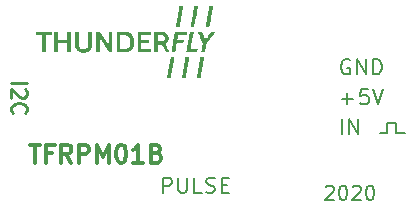
<source format=gbr>
G04 #@! TF.GenerationSoftware,KiCad,Pcbnew,(5.99.0-494-g9b7d4e274)*
G04 #@! TF.CreationDate,2020-06-15T11:42:29+02:00*
G04 #@! TF.ProjectId,TFRPM01B,54465250-4d30-4314-922e-6b696361645f,REV*
G04 #@! TF.SameCoordinates,Original*
G04 #@! TF.FileFunction,Legend,Top*
G04 #@! TF.FilePolarity,Positive*
%FSLAX46Y46*%
G04 Gerber Fmt 4.6, Leading zero omitted, Abs format (unit mm)*
G04 Created by KiCad (PCBNEW (5.99.0-494-g9b7d4e274)) date 2020-06-15 11:42:29*
%MOMM*%
%LPD*%
G04 APERTURE LIST*
%ADD10C,0.300000*%
%ADD11C,0.150000*%
%ADD12C,0.200000*%
%ADD13C,0.250000*%
G04 APERTURE END LIST*
D10*
X114026857Y-136338571D02*
X114884000Y-136338571D01*
X114455428Y-137838571D02*
X114455428Y-136338571D01*
X115884000Y-137052857D02*
X115384000Y-137052857D01*
X115384000Y-137838571D02*
X115384000Y-136338571D01*
X116098285Y-136338571D01*
X117526857Y-137838571D02*
X117026857Y-137124285D01*
X116669714Y-137838571D02*
X116669714Y-136338571D01*
X117241142Y-136338571D01*
X117384000Y-136410000D01*
X117455428Y-136481428D01*
X117526857Y-136624285D01*
X117526857Y-136838571D01*
X117455428Y-136981428D01*
X117384000Y-137052857D01*
X117241142Y-137124285D01*
X116669714Y-137124285D01*
X118169714Y-137838571D02*
X118169714Y-136338571D01*
X118741142Y-136338571D01*
X118884000Y-136410000D01*
X118955428Y-136481428D01*
X119026857Y-136624285D01*
X119026857Y-136838571D01*
X118955428Y-136981428D01*
X118884000Y-137052857D01*
X118741142Y-137124285D01*
X118169714Y-137124285D01*
X119669714Y-137838571D02*
X119669714Y-136338571D01*
X120169714Y-137410000D01*
X120669714Y-136338571D01*
X120669714Y-137838571D01*
X121669714Y-136338571D02*
X121812571Y-136338571D01*
X121955428Y-136410000D01*
X122026857Y-136481428D01*
X122098285Y-136624285D01*
X122169714Y-136910000D01*
X122169714Y-137267142D01*
X122098285Y-137552857D01*
X122026857Y-137695714D01*
X121955428Y-137767142D01*
X121812571Y-137838571D01*
X121669714Y-137838571D01*
X121526857Y-137767142D01*
X121455428Y-137695714D01*
X121384000Y-137552857D01*
X121312571Y-137267142D01*
X121312571Y-136910000D01*
X121384000Y-136624285D01*
X121455428Y-136481428D01*
X121526857Y-136410000D01*
X121669714Y-136338571D01*
X123598285Y-137838571D02*
X122741142Y-137838571D01*
X123169714Y-137838571D02*
X123169714Y-136338571D01*
X123026857Y-136552857D01*
X122884000Y-136695714D01*
X122741142Y-136767142D01*
X124741142Y-137052857D02*
X124955428Y-137124285D01*
X125026857Y-137195714D01*
X125098285Y-137338571D01*
X125098285Y-137552857D01*
X125026857Y-137695714D01*
X124955428Y-137767142D01*
X124812571Y-137838571D01*
X124241142Y-137838571D01*
X124241142Y-136338571D01*
X124741142Y-136338571D01*
X124884000Y-136410000D01*
X124955428Y-136481428D01*
X125026857Y-136624285D01*
X125026857Y-136767142D01*
X124955428Y-136910000D01*
X124884000Y-136981428D01*
X124741142Y-137052857D01*
X124241142Y-137052857D01*
D11*
X145034000Y-135382000D02*
X145796000Y-135382000D01*
X145034000Y-134493000D02*
X145034000Y-135382000D01*
X144272000Y-134493000D02*
X145034000Y-134493000D01*
X144272000Y-135382000D02*
X144272000Y-134493000D01*
X143637000Y-135382000D02*
X144272000Y-135382000D01*
D12*
X125280523Y-140415095D02*
X125280523Y-139115095D01*
X125775761Y-139115095D01*
X125899571Y-139177000D01*
X125961476Y-139238904D01*
X126023380Y-139362714D01*
X126023380Y-139548428D01*
X125961476Y-139672238D01*
X125899571Y-139734142D01*
X125775761Y-139796047D01*
X125280523Y-139796047D01*
X126580523Y-139115095D02*
X126580523Y-140167476D01*
X126642428Y-140291285D01*
X126704333Y-140353190D01*
X126828142Y-140415095D01*
X127075761Y-140415095D01*
X127199571Y-140353190D01*
X127261476Y-140291285D01*
X127323380Y-140167476D01*
X127323380Y-139115095D01*
X128561476Y-140415095D02*
X127942428Y-140415095D01*
X127942428Y-139115095D01*
X128932904Y-140353190D02*
X129118619Y-140415095D01*
X129428142Y-140415095D01*
X129551952Y-140353190D01*
X129613857Y-140291285D01*
X129675761Y-140167476D01*
X129675761Y-140043666D01*
X129613857Y-139919857D01*
X129551952Y-139857952D01*
X129428142Y-139796047D01*
X129180523Y-139734142D01*
X129056714Y-139672238D01*
X128994809Y-139610333D01*
X128932904Y-139486523D01*
X128932904Y-139362714D01*
X128994809Y-139238904D01*
X129056714Y-139177000D01*
X129180523Y-139115095D01*
X129490047Y-139115095D01*
X129675761Y-139177000D01*
X130232904Y-139734142D02*
X130666238Y-139734142D01*
X130851952Y-140415095D02*
X130232904Y-140415095D01*
X130232904Y-139115095D01*
X130851952Y-139115095D01*
D13*
X112441904Y-131113761D02*
X113741904Y-131113761D01*
X113618095Y-131649476D02*
X113680000Y-131709000D01*
X113741904Y-131828047D01*
X113741904Y-132125666D01*
X113680000Y-132244714D01*
X113618095Y-132304238D01*
X113494285Y-132363761D01*
X113370476Y-132363761D01*
X113184761Y-132304238D01*
X112441904Y-131589952D01*
X112441904Y-132363761D01*
X112565714Y-133613761D02*
X112503809Y-133554238D01*
X112441904Y-133375666D01*
X112441904Y-133256619D01*
X112503809Y-133078047D01*
X112627619Y-132959000D01*
X112751428Y-132899476D01*
X112999047Y-132839952D01*
X113184761Y-132839952D01*
X113432380Y-132899476D01*
X113556190Y-132959000D01*
X113680000Y-133078047D01*
X113741904Y-133256619D01*
X113741904Y-133375666D01*
X113680000Y-133554238D01*
X113618095Y-133613761D01*
D12*
X140393523Y-132426857D02*
X141384000Y-132426857D01*
X140888761Y-132922095D02*
X140888761Y-131931619D01*
X142622095Y-131622095D02*
X142003047Y-131622095D01*
X141941142Y-132241142D01*
X142003047Y-132179238D01*
X142126857Y-132117333D01*
X142436380Y-132117333D01*
X142560190Y-132179238D01*
X142622095Y-132241142D01*
X142684000Y-132364952D01*
X142684000Y-132674476D01*
X142622095Y-132798285D01*
X142560190Y-132860190D01*
X142436380Y-132922095D01*
X142126857Y-132922095D01*
X142003047Y-132860190D01*
X141941142Y-132798285D01*
X143055428Y-131622095D02*
X143488761Y-132922095D01*
X143922095Y-131622095D01*
X139039857Y-139919142D02*
X139097000Y-139862000D01*
X139211285Y-139804857D01*
X139497000Y-139804857D01*
X139611285Y-139862000D01*
X139668428Y-139919142D01*
X139725571Y-140033428D01*
X139725571Y-140147714D01*
X139668428Y-140319142D01*
X138982714Y-141004857D01*
X139725571Y-141004857D01*
X140468428Y-139804857D02*
X140582714Y-139804857D01*
X140697000Y-139862000D01*
X140754142Y-139919142D01*
X140811285Y-140033428D01*
X140868428Y-140262000D01*
X140868428Y-140547714D01*
X140811285Y-140776285D01*
X140754142Y-140890571D01*
X140697000Y-140947714D01*
X140582714Y-141004857D01*
X140468428Y-141004857D01*
X140354142Y-140947714D01*
X140297000Y-140890571D01*
X140239857Y-140776285D01*
X140182714Y-140547714D01*
X140182714Y-140262000D01*
X140239857Y-140033428D01*
X140297000Y-139919142D01*
X140354142Y-139862000D01*
X140468428Y-139804857D01*
X141325571Y-139919142D02*
X141382714Y-139862000D01*
X141497000Y-139804857D01*
X141782714Y-139804857D01*
X141897000Y-139862000D01*
X141954142Y-139919142D01*
X142011285Y-140033428D01*
X142011285Y-140147714D01*
X141954142Y-140319142D01*
X141268428Y-141004857D01*
X142011285Y-141004857D01*
X142754142Y-139804857D02*
X142868428Y-139804857D01*
X142982714Y-139862000D01*
X143039857Y-139919142D01*
X143097000Y-140033428D01*
X143154142Y-140262000D01*
X143154142Y-140547714D01*
X143097000Y-140776285D01*
X143039857Y-140890571D01*
X142982714Y-140947714D01*
X142868428Y-141004857D01*
X142754142Y-141004857D01*
X142639857Y-140947714D01*
X142582714Y-140890571D01*
X142525571Y-140776285D01*
X142468428Y-140547714D01*
X142468428Y-140262000D01*
X142525571Y-140033428D01*
X142582714Y-139919142D01*
X142639857Y-139862000D01*
X142754142Y-139804857D01*
X141074476Y-129144000D02*
X140950666Y-129082095D01*
X140764952Y-129082095D01*
X140579238Y-129144000D01*
X140455428Y-129267809D01*
X140393523Y-129391619D01*
X140331619Y-129639238D01*
X140331619Y-129824952D01*
X140393523Y-130072571D01*
X140455428Y-130196380D01*
X140579238Y-130320190D01*
X140764952Y-130382095D01*
X140888761Y-130382095D01*
X141074476Y-130320190D01*
X141136380Y-130258285D01*
X141136380Y-129824952D01*
X140888761Y-129824952D01*
X141693523Y-130382095D02*
X141693523Y-129082095D01*
X142436380Y-130382095D01*
X142436380Y-129082095D01*
X143055428Y-130382095D02*
X143055428Y-129082095D01*
X143364952Y-129082095D01*
X143550666Y-129144000D01*
X143674476Y-129267809D01*
X143736380Y-129391619D01*
X143798285Y-129639238D01*
X143798285Y-129824952D01*
X143736380Y-130072571D01*
X143674476Y-130196380D01*
X143550666Y-130320190D01*
X143364952Y-130382095D01*
X143055428Y-130382095D01*
X140393523Y-135462095D02*
X140393523Y-134162095D01*
X141012571Y-135462095D02*
X141012571Y-134162095D01*
X141755428Y-135462095D01*
X141755428Y-134162095D01*
G04 #@! TO.C,G\002A\002A\002A*
G36*
X129414847Y-124580660D02*
G01*
X129462530Y-124581489D01*
X129497481Y-124582731D01*
X129515795Y-124584275D01*
X129517588Y-124584964D01*
X129515720Y-124596743D01*
X129510351Y-124628305D01*
X129501836Y-124677639D01*
X129490529Y-124742732D01*
X129476784Y-124821570D01*
X129460955Y-124912142D01*
X129443396Y-125012434D01*
X129424461Y-125120433D01*
X129404504Y-125234127D01*
X129383880Y-125351503D01*
X129362943Y-125470549D01*
X129342045Y-125589251D01*
X129321543Y-125705596D01*
X129301790Y-125817573D01*
X129283139Y-125923168D01*
X129265945Y-126020368D01*
X129250562Y-126107161D01*
X129237345Y-126181534D01*
X129226647Y-126241474D01*
X129218822Y-126284968D01*
X129214225Y-126310005D01*
X129213196Y-126315196D01*
X129210085Y-126324930D01*
X129203833Y-126331726D01*
X129190942Y-126336113D01*
X129167917Y-126338616D01*
X129131262Y-126339764D01*
X129077480Y-126340084D01*
X129048043Y-126340098D01*
X128985668Y-126339897D01*
X128942214Y-126339026D01*
X128914466Y-126337083D01*
X128899212Y-126333666D01*
X128893238Y-126328372D01*
X128893331Y-126320798D01*
X128893347Y-126320730D01*
X128895942Y-126306944D01*
X128902037Y-126273085D01*
X128911328Y-126220883D01*
X128923509Y-126152070D01*
X128938275Y-126068378D01*
X128955322Y-125971537D01*
X128974343Y-125863279D01*
X128995035Y-125745336D01*
X129017091Y-125619440D01*
X129040208Y-125487321D01*
X129042042Y-125476830D01*
X129065303Y-125343793D01*
X129087571Y-125216467D01*
X129108532Y-125096627D01*
X129127878Y-124986052D01*
X129145295Y-124886519D01*
X129160474Y-124799805D01*
X129173103Y-124727687D01*
X129182872Y-124671944D01*
X129189468Y-124634352D01*
X129192582Y-124616689D01*
X129192646Y-124616329D01*
X129199093Y-124580359D01*
X129358340Y-124580359D01*
X129414847Y-124580660D01*
G37*
G36*
X128242765Y-124610795D02*
G01*
X128240165Y-124626323D01*
X128234041Y-124661920D01*
X128224697Y-124715852D01*
X128212434Y-124786387D01*
X128197554Y-124871791D01*
X128180361Y-124970330D01*
X128161155Y-125080272D01*
X128140240Y-125199883D01*
X128117918Y-125327431D01*
X128094490Y-125461181D01*
X128089330Y-125490625D01*
X127940464Y-126340018D01*
X127782751Y-126340058D01*
X127718062Y-126339638D01*
X127672721Y-126338167D01*
X127643957Y-126335390D01*
X127628995Y-126331050D01*
X127625039Y-126325447D01*
X127626915Y-126312180D01*
X127632307Y-126279155D01*
X127640857Y-126228401D01*
X127652209Y-126161950D01*
X127666007Y-126081832D01*
X127681893Y-125990076D01*
X127699511Y-125888712D01*
X127718504Y-125779772D01*
X127738517Y-125665286D01*
X127759191Y-125547282D01*
X127780171Y-125427792D01*
X127801099Y-125308847D01*
X127821620Y-125192475D01*
X127841376Y-125080707D01*
X127860011Y-124975574D01*
X127877169Y-124879106D01*
X127892492Y-124793333D01*
X127905624Y-124720285D01*
X127916209Y-124661992D01*
X127923889Y-124620484D01*
X127928308Y-124597792D01*
X127929161Y-124594194D01*
X127938023Y-124588270D01*
X127961093Y-124584138D01*
X128000671Y-124581603D01*
X128059057Y-124580467D01*
X128090784Y-124580359D01*
X128247333Y-124580359D01*
X128242765Y-124610795D01*
G37*
G36*
X126988814Y-124605261D02*
G01*
X126986015Y-124619953D01*
X126979722Y-124654705D01*
X126970244Y-124707769D01*
X126957889Y-124777399D01*
X126942965Y-124861847D01*
X126925780Y-124959368D01*
X126906642Y-125068214D01*
X126885860Y-125186638D01*
X126863742Y-125312894D01*
X126840596Y-125445235D01*
X126838943Y-125454695D01*
X126815715Y-125587564D01*
X126793486Y-125714598D01*
X126772566Y-125834033D01*
X126753264Y-125944107D01*
X126735890Y-126043059D01*
X126720753Y-126129126D01*
X126708163Y-126200547D01*
X126698431Y-126255558D01*
X126691865Y-126292399D01*
X126688775Y-126309307D01*
X126688704Y-126309662D01*
X126682539Y-126340098D01*
X126360940Y-126340098D01*
X126366940Y-126315196D01*
X126369789Y-126300438D01*
X126376124Y-126265654D01*
X126385632Y-126212622D01*
X126397998Y-126143122D01*
X126412907Y-126058933D01*
X126430044Y-125961835D01*
X126449096Y-125853606D01*
X126469747Y-125736026D01*
X126491683Y-125610875D01*
X126512230Y-125493431D01*
X126535233Y-125361945D01*
X126557368Y-125235646D01*
X126578303Y-125116412D01*
X126597706Y-125006118D01*
X126615246Y-124906644D01*
X126630593Y-124819866D01*
X126643413Y-124747662D01*
X126653376Y-124691909D01*
X126660151Y-124654484D01*
X126663159Y-124638464D01*
X126674800Y-124580359D01*
X126994611Y-124580359D01*
X126988814Y-124605261D01*
G37*
G36*
X129616715Y-126761334D02*
G01*
X129664714Y-126762692D01*
X129694752Y-126765266D01*
X129708905Y-126769218D01*
X129710116Y-126773599D01*
X129701986Y-126784588D01*
X129681568Y-126811403D01*
X129650143Y-126852382D01*
X129608992Y-126905862D01*
X129559396Y-126970181D01*
X129502636Y-127043678D01*
X129439994Y-127124688D01*
X129372751Y-127211551D01*
X129340507Y-127253170D01*
X129271641Y-127342074D01*
X129206835Y-127425810D01*
X129147364Y-127502727D01*
X129094499Y-127571174D01*
X129049515Y-127629503D01*
X129013684Y-127676062D01*
X128988280Y-127709201D01*
X128974575Y-127727271D01*
X128972542Y-127730082D01*
X128969617Y-127742224D01*
X128963377Y-127773123D01*
X128954376Y-127819745D01*
X128943166Y-127879053D01*
X128930303Y-127948012D01*
X128916340Y-128023584D01*
X128901832Y-128102735D01*
X128887331Y-128182427D01*
X128873392Y-128259626D01*
X128860570Y-128331295D01*
X128849417Y-128394398D01*
X128840489Y-128445899D01*
X128834338Y-128482762D01*
X128831520Y-128501951D01*
X128831400Y-128503610D01*
X128820981Y-128505633D01*
X128792316Y-128507342D01*
X128749294Y-128508599D01*
X128695803Y-128509265D01*
X128670710Y-128509335D01*
X128510020Y-128509335D01*
X128515809Y-128484433D01*
X128519885Y-128464116D01*
X128526896Y-128426155D01*
X128536301Y-128373705D01*
X128547558Y-128309923D01*
X128560124Y-128237965D01*
X128573458Y-128160986D01*
X128587019Y-128082142D01*
X128600264Y-128004589D01*
X128612651Y-127931484D01*
X128623639Y-127865982D01*
X128632685Y-127811240D01*
X128639249Y-127770412D01*
X128642787Y-127746656D01*
X128643252Y-127742172D01*
X128639071Y-127728823D01*
X128627100Y-127697220D01*
X128608204Y-127649485D01*
X128583243Y-127587737D01*
X128553082Y-127514099D01*
X128518581Y-127430690D01*
X128480603Y-127339632D01*
X128448201Y-127262475D01*
X128407896Y-127166645D01*
X128370161Y-127076656D01*
X128335887Y-126994651D01*
X128305962Y-126922769D01*
X128281277Y-126863154D01*
X128262722Y-126817945D01*
X128251187Y-126789285D01*
X128247618Y-126779737D01*
X128246919Y-126772255D01*
X128251819Y-126767057D01*
X128265438Y-126763827D01*
X128290899Y-126762245D01*
X128331324Y-126761997D01*
X128389834Y-126762763D01*
X128410967Y-126763135D01*
X128579848Y-126766198D01*
X128718106Y-127106525D01*
X128751342Y-127187804D01*
X128782150Y-127262130D01*
X128809509Y-127327113D01*
X128832394Y-127380364D01*
X128849784Y-127419495D01*
X128860655Y-127442117D01*
X128863817Y-127446852D01*
X128871841Y-127438260D01*
X128891521Y-127413767D01*
X128921389Y-127375298D01*
X128959977Y-127324776D01*
X129005817Y-127264125D01*
X129057442Y-127195271D01*
X129113383Y-127120137D01*
X129125257Y-127104125D01*
X129379244Y-126761399D01*
X129548677Y-126761032D01*
X129616715Y-126761334D01*
G37*
G36*
X127691230Y-126762793D02*
G01*
X127709782Y-126763118D01*
X127863993Y-126766198D01*
X127745554Y-127441318D01*
X127724414Y-127561872D01*
X127704267Y-127676863D01*
X127685465Y-127784282D01*
X127668357Y-127882120D01*
X127653295Y-127968367D01*
X127640630Y-128041014D01*
X127630712Y-128098051D01*
X127623893Y-128137468D01*
X127620524Y-128157257D01*
X127620413Y-128157941D01*
X127613710Y-128199444D01*
X127912664Y-128199444D01*
X128002244Y-128199552D01*
X128072095Y-128199972D01*
X128124623Y-128200849D01*
X128162234Y-128202329D01*
X128187333Y-128204557D01*
X128202325Y-128207679D01*
X128209617Y-128211840D01*
X128211614Y-128217185D01*
X128211618Y-128217508D01*
X128209767Y-128234930D01*
X128204719Y-128269263D01*
X128197231Y-128315642D01*
X128188063Y-128369197D01*
X128187490Y-128372453D01*
X128163361Y-128509335D01*
X127700518Y-128509335D01*
X127601736Y-128509271D01*
X127510178Y-128509089D01*
X127428132Y-128508802D01*
X127357887Y-128508423D01*
X127301733Y-128507967D01*
X127261958Y-128507447D01*
X127240852Y-128506877D01*
X127238014Y-128506568D01*
X127240904Y-128487865D01*
X127247248Y-128450101D01*
X127256691Y-128395276D01*
X127268873Y-128325387D01*
X127283438Y-128242432D01*
X127300028Y-128148410D01*
X127318286Y-128045318D01*
X127337854Y-127935154D01*
X127358374Y-127819916D01*
X127379490Y-127701603D01*
X127400842Y-127582213D01*
X127422075Y-127463742D01*
X127442831Y-127348191D01*
X127462751Y-127237555D01*
X127481479Y-127133835D01*
X127498657Y-127039026D01*
X127513927Y-126955129D01*
X127526933Y-126884140D01*
X127537315Y-126828058D01*
X127544718Y-126788880D01*
X127548783Y-126768605D01*
X127549427Y-126766182D01*
X127562140Y-126764169D01*
X127592799Y-126762881D01*
X127637223Y-126762395D01*
X127691230Y-126762793D01*
G37*
G36*
X126913459Y-126760861D02*
G01*
X127011031Y-126761347D01*
X127099357Y-126762119D01*
X127176268Y-126763143D01*
X127239596Y-126764384D01*
X127287172Y-126765807D01*
X127316828Y-126767378D01*
X127326428Y-126768965D01*
X127324748Y-126782394D01*
X127319996Y-126813346D01*
X127312855Y-126857530D01*
X127304009Y-126910656D01*
X127301793Y-126923762D01*
X127276945Y-127070259D01*
X126917569Y-127073174D01*
X126558194Y-127076089D01*
X126527707Y-127242102D01*
X126517020Y-127301346D01*
X126507896Y-127353902D01*
X126501060Y-127395442D01*
X126497237Y-127421634D01*
X126496686Y-127427483D01*
X126497894Y-127433461D01*
X126503572Y-127438070D01*
X126516239Y-127441487D01*
X126538414Y-127443887D01*
X126572619Y-127445447D01*
X126621373Y-127446344D01*
X126687196Y-127446753D01*
X126772608Y-127446852D01*
X126773584Y-127446852D01*
X126859074Y-127446940D01*
X126924902Y-127447323D01*
X126973543Y-127448177D01*
X127007469Y-127449677D01*
X127029154Y-127452002D01*
X127041072Y-127455325D01*
X127045696Y-127459825D01*
X127045500Y-127465676D01*
X127045347Y-127466220D01*
X127041661Y-127482874D01*
X127035314Y-127515394D01*
X127027252Y-127558530D01*
X127018417Y-127607031D01*
X127009755Y-127655647D01*
X127002209Y-127699127D01*
X126996724Y-127732220D01*
X126994244Y-127749678D01*
X126994189Y-127750689D01*
X126983613Y-127752337D01*
X126953851Y-127753815D01*
X126907852Y-127755060D01*
X126848563Y-127756008D01*
X126778935Y-127756594D01*
X126714734Y-127756760D01*
X126435278Y-127756778D01*
X126392706Y-128003013D01*
X126378660Y-128084181D01*
X126364261Y-128167246D01*
X126350495Y-128246544D01*
X126338343Y-128316414D01*
X126328788Y-128371192D01*
X126327372Y-128379292D01*
X126304609Y-128509335D01*
X126144536Y-128509335D01*
X126082157Y-128509247D01*
X126038651Y-128508635D01*
X126010754Y-128506976D01*
X125995204Y-128503747D01*
X125988739Y-128498425D01*
X125988096Y-128490488D01*
X125989113Y-128484433D01*
X125991722Y-128469799D01*
X125997849Y-128435080D01*
X126007190Y-128381995D01*
X126019444Y-128312263D01*
X126034310Y-128227603D01*
X126051486Y-128129733D01*
X126070670Y-128020372D01*
X126091561Y-127901239D01*
X126113856Y-127774052D01*
X126137255Y-127640531D01*
X126142582Y-127610129D01*
X126291400Y-126760726D01*
X126808808Y-126760695D01*
X126913459Y-126760861D01*
G37*
G36*
X124906188Y-126760664D02*
G01*
X125010021Y-126760762D01*
X125094461Y-126761144D01*
X125162250Y-126761939D01*
X125216128Y-126763279D01*
X125258839Y-126765295D01*
X125293123Y-126768117D01*
X125321722Y-126771876D01*
X125347378Y-126776704D01*
X125372832Y-126782730D01*
X125373791Y-126782974D01*
X125482303Y-126819397D01*
X125573004Y-126868936D01*
X125646061Y-126931804D01*
X125701638Y-127008213D01*
X125739900Y-127098378D01*
X125761013Y-127202511D01*
X125765692Y-127289190D01*
X125757664Y-127400615D01*
X125733090Y-127498068D01*
X125691235Y-127583069D01*
X125631363Y-127657135D01*
X125558197Y-127718006D01*
X125522631Y-127743735D01*
X125495216Y-127765130D01*
X125480169Y-127778834D01*
X125478555Y-127781449D01*
X125483444Y-127792549D01*
X125497456Y-127820494D01*
X125519195Y-127862650D01*
X125547263Y-127916388D01*
X125580265Y-127979074D01*
X125616803Y-128048077D01*
X125655481Y-128120766D01*
X125694903Y-128194509D01*
X125733673Y-128266673D01*
X125770393Y-128334628D01*
X125803667Y-128395742D01*
X125828098Y-128440163D01*
X125866384Y-128509335D01*
X125685994Y-128509102D01*
X125505605Y-128508868D01*
X125337803Y-128185376D01*
X125170002Y-127861884D01*
X125008544Y-127858822D01*
X124847087Y-127855759D01*
X124847087Y-128509335D01*
X124526128Y-128509335D01*
X124526128Y-127024095D01*
X124847087Y-127024095D01*
X124847087Y-127592961D01*
X125032468Y-127589079D01*
X125101005Y-127587497D01*
X125151704Y-127585634D01*
X125188856Y-127582857D01*
X125216755Y-127578531D01*
X125239695Y-127572023D01*
X125261968Y-127562701D01*
X125283774Y-127551993D01*
X125347265Y-127511416D01*
X125391591Y-127462255D01*
X125418909Y-127401871D01*
X125424372Y-127379933D01*
X125432826Y-127297067D01*
X125423012Y-127221489D01*
X125395924Y-127155593D01*
X125352554Y-127101773D01*
X125293897Y-127062422D01*
X125292351Y-127061695D01*
X125267815Y-127050834D01*
X125245029Y-127042894D01*
X125219780Y-127037318D01*
X125187851Y-127033550D01*
X125145029Y-127031032D01*
X125087097Y-127029208D01*
X125038002Y-127028103D01*
X124847087Y-127024095D01*
X124526128Y-127024095D01*
X124526128Y-126760664D01*
X124906188Y-126760664D01*
G37*
G36*
X124249440Y-127070555D02*
G01*
X123452577Y-127070555D01*
X123452577Y-127446852D01*
X124061291Y-127446852D01*
X124061291Y-127756743D01*
X123452577Y-127756743D01*
X123452577Y-128199444D01*
X124271575Y-128199444D01*
X124271575Y-128509335D01*
X123120551Y-128509335D01*
X123120551Y-126760664D01*
X124249440Y-126760664D01*
X124249440Y-127070555D01*
G37*
G36*
X121773078Y-126763589D02*
G01*
X121888501Y-126764891D01*
X121984477Y-126766340D01*
X122063695Y-126768315D01*
X122128841Y-126771193D01*
X122182603Y-126775354D01*
X122227669Y-126781177D01*
X122266725Y-126789040D01*
X122302461Y-126799321D01*
X122337562Y-126812400D01*
X122374717Y-126828655D01*
X122416613Y-126848464D01*
X122433616Y-126856656D01*
X122487419Y-126884270D01*
X122530967Y-126911485D01*
X122571796Y-126943749D01*
X122617443Y-126986512D01*
X122628836Y-126997826D01*
X122674651Y-127045562D01*
X122708773Y-127086839D01*
X122736657Y-127129197D01*
X122763756Y-127180177D01*
X122770031Y-127193045D01*
X122800538Y-127258766D01*
X122823351Y-127315584D01*
X122839552Y-127368817D01*
X122850222Y-127423782D01*
X122856441Y-127485797D01*
X122859291Y-127560179D01*
X122859872Y-127635000D01*
X122858982Y-127724037D01*
X122855589Y-127796250D01*
X122848613Y-127856906D01*
X122836972Y-127911271D01*
X122819584Y-127964610D01*
X122795369Y-128022189D01*
X122768952Y-128077701D01*
X122703783Y-128185757D01*
X122621605Y-128280652D01*
X122524334Y-128360705D01*
X122413888Y-128424235D01*
X122339179Y-128454746D01*
X122297252Y-128468685D01*
X122257118Y-128480064D01*
X122215960Y-128489136D01*
X122170956Y-128496153D01*
X122119287Y-128501370D01*
X122058134Y-128505038D01*
X121984676Y-128507410D01*
X121896094Y-128508741D01*
X121789568Y-128509282D01*
X121730601Y-128509335D01*
X121349745Y-128509335D01*
X121349745Y-127046899D01*
X121670703Y-127046899D01*
X121670703Y-128223420D01*
X122163209Y-128216046D01*
X122237369Y-128180913D01*
X122322366Y-128129450D01*
X122391763Y-128062870D01*
X122445678Y-127980945D01*
X122484227Y-127883447D01*
X122507525Y-127770149D01*
X122515688Y-127640823D01*
X122515702Y-127635000D01*
X122508175Y-127504991D01*
X122485520Y-127391020D01*
X122447618Y-127292859D01*
X122394355Y-127210280D01*
X122325614Y-127143056D01*
X122241279Y-127090959D01*
X122237369Y-127089087D01*
X122163209Y-127053954D01*
X121916956Y-127050426D01*
X121670703Y-127046899D01*
X121349745Y-127046899D01*
X121349745Y-126759038D01*
X121773078Y-126763589D01*
G37*
G36*
X120302645Y-127322342D02*
G01*
X120674552Y-127884019D01*
X120674588Y-127322342D01*
X120674625Y-126760664D01*
X120995583Y-126760664D01*
X120995583Y-128509335D01*
X120733552Y-128509335D01*
X119933124Y-127308507D01*
X119933100Y-128509335D01*
X119612141Y-128509335D01*
X119612141Y-126760664D01*
X119930738Y-126760664D01*
X120302645Y-127322342D01*
G37*
G36*
X116369352Y-127446852D02*
G01*
X117177283Y-127446852D01*
X117177283Y-126760664D01*
X117498241Y-126760664D01*
X117498241Y-128509335D01*
X117177283Y-128509335D01*
X117177283Y-127756743D01*
X116369352Y-127756743D01*
X116369352Y-128509335D01*
X116048394Y-128509335D01*
X116048394Y-126760664D01*
X116369352Y-126760664D01*
X116369352Y-127446852D01*
G37*
G36*
X115871313Y-127070555D02*
G01*
X115373274Y-127070555D01*
X115373274Y-128509335D01*
X115052315Y-128509335D01*
X115052315Y-127070555D01*
X114554276Y-127070555D01*
X114554276Y-126760664D01*
X115871313Y-126760664D01*
X115871313Y-127070555D01*
G37*
G36*
X118153695Y-127338943D02*
G01*
X118154548Y-127467086D01*
X118155371Y-127575094D01*
X118156251Y-127664966D01*
X118157276Y-127738703D01*
X118158532Y-127798304D01*
X118160105Y-127845769D01*
X118162082Y-127883097D01*
X118164550Y-127912288D01*
X118167595Y-127935342D01*
X118171305Y-127954259D01*
X118175765Y-127971039D01*
X118181062Y-127987680D01*
X118181916Y-127990233D01*
X118219862Y-128074125D01*
X118271606Y-128140713D01*
X118337129Y-128189987D01*
X118416410Y-128221935D01*
X118509431Y-128236548D01*
X118616171Y-128233814D01*
X118623791Y-128233013D01*
X118711627Y-128215050D01*
X118784992Y-128181605D01*
X118844527Y-128131966D01*
X118890874Y-128065422D01*
X118924673Y-127981261D01*
X118946566Y-127878772D01*
X118947243Y-127873996D01*
X118950066Y-127841965D01*
X118952583Y-127789838D01*
X118954752Y-127719652D01*
X118956533Y-127633445D01*
X118957887Y-127533255D01*
X118958771Y-127421118D01*
X118959146Y-127299072D01*
X118959156Y-127274504D01*
X118959156Y-126760664D01*
X119280115Y-126760664D01*
X119280115Y-127302173D01*
X119279969Y-127441090D01*
X119279440Y-127560000D01*
X119278389Y-127661032D01*
X119276681Y-127746314D01*
X119274178Y-127817971D01*
X119270742Y-127878133D01*
X119266237Y-127928927D01*
X119260525Y-127972480D01*
X119253468Y-128010920D01*
X119244931Y-128046375D01*
X119234775Y-128080971D01*
X119228675Y-128099730D01*
X119180806Y-128213184D01*
X119118370Y-128310002D01*
X119041149Y-128390405D01*
X118948926Y-128454609D01*
X118841484Y-128502832D01*
X118820812Y-128509736D01*
X118760218Y-128523858D01*
X118684429Y-128533773D01*
X118600016Y-128539318D01*
X118513548Y-128540328D01*
X118431594Y-128536642D01*
X118360722Y-128528094D01*
X118331408Y-128521924D01*
X118216430Y-128482846D01*
X118116255Y-128427597D01*
X118030552Y-128355845D01*
X117958990Y-128267262D01*
X117901235Y-128161518D01*
X117861987Y-128055385D01*
X117856539Y-128036895D01*
X117851926Y-128018957D01*
X117848064Y-127999601D01*
X117844870Y-127976855D01*
X117842261Y-127948749D01*
X117840155Y-127913312D01*
X117838468Y-127868572D01*
X117837116Y-127812559D01*
X117836018Y-127743301D01*
X117835090Y-127658829D01*
X117834248Y-127557171D01*
X117833410Y-127436355D01*
X117832957Y-127366612D01*
X117829056Y-126760664D01*
X118149965Y-126760664D01*
X118153695Y-127338943D01*
G37*
G36*
X128702090Y-128931443D02*
G01*
X128729911Y-128932931D01*
X128745602Y-128936175D01*
X128752494Y-128941517D01*
X128753928Y-128948517D01*
X128752049Y-128962232D01*
X128746609Y-128996041D01*
X128737901Y-129048240D01*
X128726218Y-129117126D01*
X128711852Y-129200996D01*
X128695097Y-129298148D01*
X128676245Y-129406876D01*
X128655591Y-129525480D01*
X128633426Y-129652254D01*
X128610044Y-129785496D01*
X128604516Y-129816931D01*
X128580933Y-129951041D01*
X128558496Y-130078790D01*
X128537496Y-130198508D01*
X128518224Y-130308525D01*
X128500973Y-130407173D01*
X128486033Y-130492782D01*
X128473696Y-130563682D01*
X128464254Y-130618204D01*
X128457998Y-130654679D01*
X128455221Y-130671436D01*
X128455104Y-130672347D01*
X128444686Y-130674548D01*
X128416024Y-130676408D01*
X128373009Y-130677774D01*
X128319534Y-130678497D01*
X128294625Y-130678573D01*
X128237941Y-130678034D01*
X128190121Y-130676553D01*
X128155037Y-130674329D01*
X128136562Y-130671565D01*
X128134688Y-130670272D01*
X128136650Y-130658324D01*
X128142168Y-130626238D01*
X128150952Y-130575676D01*
X128162709Y-130508297D01*
X128177151Y-130425762D01*
X128193984Y-130329733D01*
X128212920Y-130221870D01*
X128233666Y-130103833D01*
X128255931Y-129977283D01*
X128279425Y-129843881D01*
X128287387Y-129798703D01*
X128439543Y-128935435D01*
X128596735Y-128932365D01*
X128658809Y-128931368D01*
X128702090Y-128931443D01*
G37*
G36*
X127488626Y-128954804D02*
G01*
X127485795Y-128969483D01*
X127479467Y-129004227D01*
X127469952Y-129057297D01*
X127457555Y-129126950D01*
X127442586Y-129211448D01*
X127425351Y-129309049D01*
X127406158Y-129418012D01*
X127385316Y-129536599D01*
X127363132Y-129663067D01*
X127339914Y-129795676D01*
X127337448Y-129809771D01*
X127314160Y-129942754D01*
X127291880Y-130069651D01*
X127270913Y-130188738D01*
X127251567Y-130298289D01*
X127234149Y-130396579D01*
X127218963Y-130481882D01*
X127206318Y-130552473D01*
X127196519Y-130606626D01*
X127189873Y-130642616D01*
X127186687Y-130658717D01*
X127186560Y-130659205D01*
X127182220Y-130666861D01*
X127172194Y-130672206D01*
X127153051Y-130675646D01*
X127121362Y-130677583D01*
X127073696Y-130678421D01*
X127022148Y-130678573D01*
X126959895Y-130678371D01*
X126916557Y-130677496D01*
X126888916Y-130675543D01*
X126873754Y-130672109D01*
X126867853Y-130666788D01*
X126867987Y-130659205D01*
X126870580Y-130645419D01*
X126876672Y-130611559D01*
X126885956Y-130559356D01*
X126898129Y-130490542D01*
X126912886Y-130406848D01*
X126929921Y-130310005D01*
X126948929Y-130201746D01*
X126969606Y-130083801D01*
X126991648Y-129957902D01*
X127014748Y-129825781D01*
X127016578Y-129815305D01*
X127039804Y-129682435D01*
X127062031Y-129555401D01*
X127082950Y-129435966D01*
X127102253Y-129325891D01*
X127119628Y-129226939D01*
X127134766Y-129140872D01*
X127147358Y-129069452D01*
X127157095Y-129014440D01*
X127163665Y-128977600D01*
X127166760Y-128960693D01*
X127166831Y-128960337D01*
X127173028Y-128929902D01*
X127494628Y-128929902D01*
X127488626Y-128954804D01*
G37*
G36*
X126139833Y-128930484D02*
G01*
X126186835Y-128932299D01*
X126215916Y-128935549D01*
X126229170Y-128940408D01*
X126230529Y-128943203D01*
X126228655Y-128955963D01*
X126223230Y-128988836D01*
X126214543Y-129040133D01*
X126202888Y-129108169D01*
X126188556Y-129191255D01*
X126171839Y-129287707D01*
X126153029Y-129395836D01*
X126132418Y-129513955D01*
X126110298Y-129640379D01*
X126086960Y-129773420D01*
X126081117Y-129806678D01*
X126057534Y-129941005D01*
X126035096Y-130069073D01*
X126014096Y-130189201D01*
X125994824Y-130299709D01*
X125977572Y-130398916D01*
X125962632Y-130485141D01*
X125950295Y-130556705D01*
X125940854Y-130611926D01*
X125934599Y-130649125D01*
X125931822Y-130666620D01*
X125931705Y-130667713D01*
X125921043Y-130672055D01*
X125890644Y-130675416D01*
X125842892Y-130677637D01*
X125780170Y-130678557D01*
X125769843Y-130678573D01*
X125607980Y-130678573D01*
X125613726Y-130648137D01*
X125616514Y-130632593D01*
X125622814Y-130596985D01*
X125632320Y-130543052D01*
X125644725Y-130472535D01*
X125659726Y-130387173D01*
X125677015Y-130288706D01*
X125696288Y-130178872D01*
X125717239Y-130059413D01*
X125739562Y-129932067D01*
X125762953Y-129798574D01*
X125767288Y-129773826D01*
X125915104Y-128929950D01*
X126072817Y-128929926D01*
X126139833Y-128930484D01*
G37*
G04 #@! TD*
M02*

</source>
